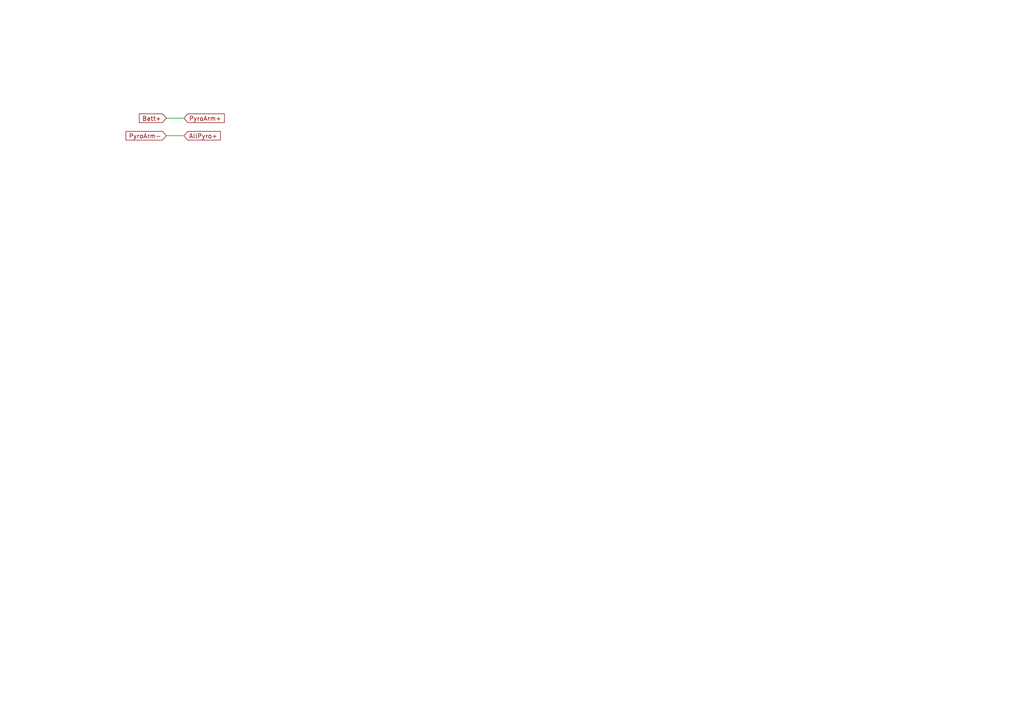
<source format=kicad_sch>
(kicad_sch
	(version 20231120)
	(generator "eeschema")
	(generator_version "8.0")
	(uuid "4100eae3-497e-473f-a43d-04aa675bc50b")
	(paper "A4")
	(lib_symbols)
	(wire
		(pts
			(xy 48.26 34.29) (xy 53.34 34.29)
		)
		(stroke
			(width 0)
			(type default)
		)
		(uuid "dc869339-5660-49ed-874a-d68fc7d526ef")
	)
	(wire
		(pts
			(xy 48.26 39.37) (xy 53.34 39.37)
		)
		(stroke
			(width 0)
			(type default)
		)
		(uuid "ede231a5-e834-43c2-90f2-cdebca8032f5")
	)
	(global_label "PyroArm+"
		(shape input)
		(at 53.34 34.29 0)
		(fields_autoplaced yes)
		(effects
			(font
				(size 1.27 1.27)
			)
			(justify left)
		)
		(uuid "80864b26-719f-4114-a115-9add97eb2240")
		(property "Intersheetrefs" "${INTERSHEET_REFS}"
			(at 65.6385 34.29 0)
			(effects
				(font
					(size 1.27 1.27)
				)
				(justify left)
				(hide yes)
			)
		)
	)
	(global_label "AllPyro+"
		(shape input)
		(at 53.34 39.37 0)
		(fields_autoplaced yes)
		(effects
			(font
				(size 1.27 1.27)
			)
			(justify left)
		)
		(uuid "80da523b-4647-423d-9ef5-17b546395161")
		(property "Intersheetrefs" "${INTERSHEET_REFS}"
			(at 64.4894 39.37 0)
			(effects
				(font
					(size 1.27 1.27)
				)
				(justify left)
				(hide yes)
			)
		)
	)
	(global_label "PyroArm-"
		(shape input)
		(at 48.26 39.37 180)
		(fields_autoplaced yes)
		(effects
			(font
				(size 1.27 1.27)
			)
			(justify right)
		)
		(uuid "a4b9f403-e86a-4084-a0e1-55250aa17619")
		(property "Intersheetrefs" "${INTERSHEET_REFS}"
			(at 35.9615 39.37 0)
			(effects
				(font
					(size 1.27 1.27)
				)
				(justify right)
				(hide yes)
			)
		)
	)
	(global_label "Batt+"
		(shape input)
		(at 48.26 34.29 180)
		(fields_autoplaced yes)
		(effects
			(font
				(size 1.27 1.27)
			)
			(justify right)
		)
		(uuid "a744e71d-5f34-4696-bd12-40ef8cf1c297")
		(property "Intersheetrefs" "${INTERSHEET_REFS}"
			(at 39.832 34.29 0)
			(effects
				(font
					(size 1.27 1.27)
				)
				(justify right)
				(hide yes)
			)
		)
	)
)

</source>
